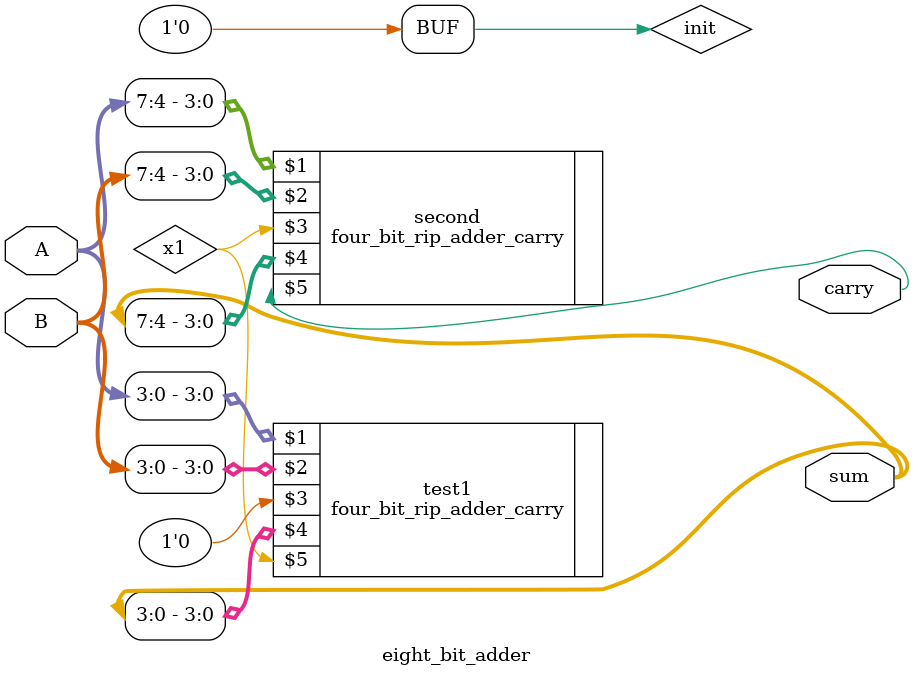
<source format=v>
`include "4_bit_rip_adder_carry.v"
module eight_bit_adder(
    input [7:0]A,
    input [7:0]B,
    output [7:0]sum,
    output carry
);
reg init=0;
wire x1;
four_bit_rip_adder_carry test1(A[3:0],B[3:0],init,sum[3:0],x1);
four_bit_rip_adder_carry second(A[7:4],B[7:4],x1,sum[7:4],carry);
endmodule
</source>
